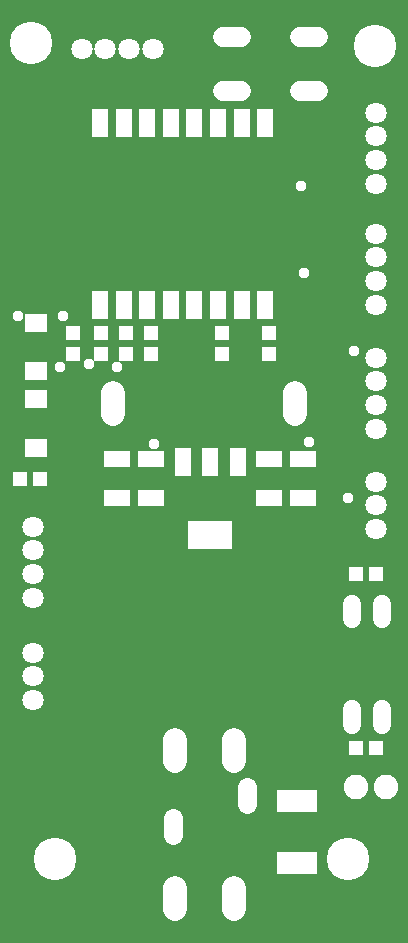
<source format=gbr>
G04 EAGLE Gerber RS-274X export*
G75*
%MOMM*%
%FSLAX34Y34*%
%LPD*%
%INSoldermask Top*%
%IPNEG*%
%AMOC8*
5,1,8,0,0,1.08239X$1,22.5*%
G01*
%ADD10C,3.593200*%
%ADD11R,1.403200X2.489200*%
%ADD12R,1.303200X1.203200*%
%ADD13R,1.203200X1.303200*%
%ADD14R,1.903200X1.485800*%
%ADD15C,1.524000*%
%ADD16C,2.082800*%
%ADD17C,1.803200*%
%ADD18R,2.235200X1.473200*%
%ADD19R,1.422400X2.438400*%
%ADD20R,3.803200X2.403200*%
%ADD21C,2.003200*%
%ADD22C,1.625600*%
%ADD23C,1.993900*%
%ADD24R,3.353200X1.983200*%
%ADD25C,1.727200*%
%ADD26C,0.959600*%


D10*
X46270Y68490D03*
X294320Y68490D03*
X317180Y756920D03*
X25950Y759460D03*
D11*
X84416Y538075D03*
X104416Y538075D03*
X124416Y538075D03*
X144416Y538075D03*
X164416Y538075D03*
X184416Y538075D03*
X204416Y538075D03*
X224416Y538075D03*
X84416Y691915D03*
X104416Y691915D03*
X124416Y691915D03*
X144416Y691915D03*
X164416Y691915D03*
X184416Y691915D03*
X204416Y691915D03*
X224416Y691915D03*
D12*
X227555Y496680D03*
X227555Y513680D03*
X127594Y513680D03*
X127594Y496680D03*
X61482Y513680D03*
X61482Y496680D03*
D13*
X16620Y390709D03*
X33620Y390709D03*
D14*
X30623Y416999D03*
X30623Y458111D03*
X30623Y522801D03*
X30623Y481689D03*
D15*
X323598Y195580D02*
X323598Y182372D01*
X298198Y182372D02*
X298198Y195580D01*
X298198Y271780D02*
X298198Y284988D01*
X323598Y284988D02*
X323598Y271780D01*
D13*
X318380Y162560D03*
X301380Y162560D03*
X301380Y309880D03*
X318380Y309880D03*
D16*
X300992Y129540D03*
X326392Y129540D03*
D17*
X317920Y700560D03*
X317920Y680560D03*
X317920Y660560D03*
X317920Y640560D03*
X317920Y598060D03*
X317920Y578060D03*
X317920Y558060D03*
X317920Y538060D03*
X317920Y493020D03*
X317920Y473020D03*
X317920Y453020D03*
X317920Y433020D03*
D18*
X227648Y407670D03*
X227648Y374650D03*
D19*
X200914Y405257D03*
X177800Y405257D03*
X154686Y405257D03*
D20*
X177800Y343279D03*
D18*
X256540Y407670D03*
X256540Y374650D03*
X99060Y407670D03*
X99060Y374650D03*
X127953Y407670D03*
X127953Y374650D03*
D21*
X197720Y169340D02*
X197720Y151340D01*
X147720Y151340D02*
X147720Y169340D01*
X249720Y445340D02*
X249720Y463340D01*
X95720Y463340D02*
X95720Y445340D01*
D22*
X209013Y129444D02*
X209013Y115220D01*
X146172Y103220D02*
X146172Y88996D01*
D12*
X106751Y513680D03*
X106751Y496680D03*
X85387Y496680D03*
X85387Y513680D03*
D17*
X317920Y388300D03*
X317920Y368300D03*
X317920Y348300D03*
D23*
X147720Y44514D02*
X147720Y26607D01*
X197720Y26607D02*
X197720Y44514D01*
D24*
X251460Y65240D03*
X251460Y117640D03*
D12*
X187960Y513680D03*
X187960Y496680D03*
D17*
X27520Y203520D03*
X27520Y223520D03*
X27520Y243520D03*
X27520Y290040D03*
X27520Y310040D03*
X27520Y330040D03*
X27520Y350040D03*
X69060Y754800D03*
X89060Y754800D03*
X109060Y754800D03*
X129060Y754800D03*
D25*
X188468Y719074D02*
X203708Y719074D01*
X203708Y764286D02*
X188468Y764286D01*
X253492Y719074D02*
X268732Y719074D01*
X268732Y764286D02*
X253492Y764286D01*
D26*
X294132Y374142D03*
X99060Y485140D03*
X50800Y485140D03*
X75410Y488106D03*
X130302Y419862D03*
X256794Y564642D03*
X299466Y499110D03*
X261366Y422148D03*
X255016Y638810D03*
X15024Y528320D03*
X53467Y528193D03*
M02*

</source>
